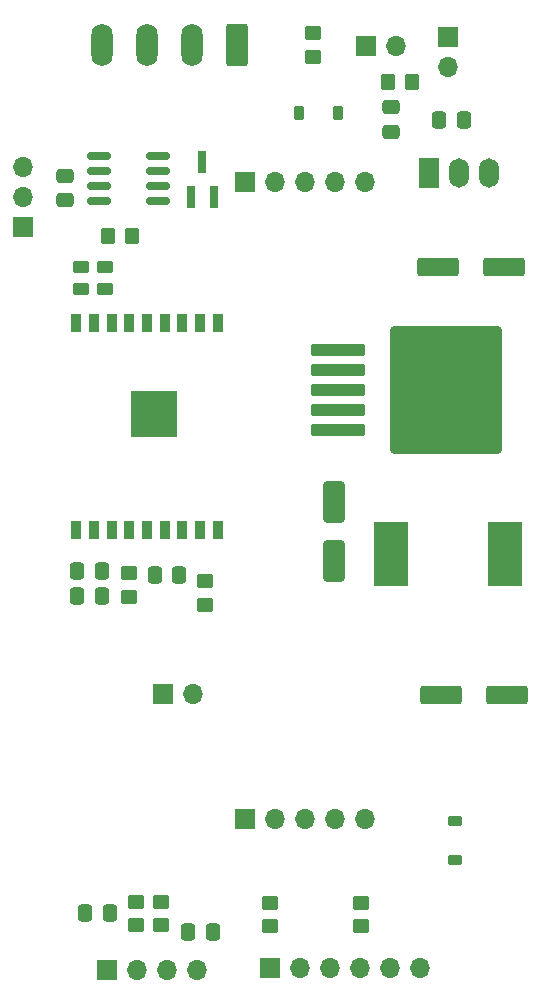
<source format=gbr>
%TF.GenerationSoftware,KiCad,Pcbnew,7.0.2-6a45011f42~172~ubuntu22.10.1*%
%TF.CreationDate,2023-04-24T11:56:10+02:00*%
%TF.ProjectId,vscp-din-esp32-can-z102,76736370-2d64-4696-9e2d-65737033322d,B*%
%TF.SameCoordinates,Original*%
%TF.FileFunction,Soldermask,Top*%
%TF.FilePolarity,Negative*%
%FSLAX46Y46*%
G04 Gerber Fmt 4.6, Leading zero omitted, Abs format (unit mm)*
G04 Created by KiCad (PCBNEW 7.0.2-6a45011f42~172~ubuntu22.10.1) date 2023-04-24 11:56:10*
%MOMM*%
%LPD*%
G01*
G04 APERTURE LIST*
G04 Aperture macros list*
%AMRoundRect*
0 Rectangle with rounded corners*
0 $1 Rounding radius*
0 $2 $3 $4 $5 $6 $7 $8 $9 X,Y pos of 4 corners*
0 Add a 4 corners polygon primitive as box body*
4,1,4,$2,$3,$4,$5,$6,$7,$8,$9,$2,$3,0*
0 Add four circle primitives for the rounded corners*
1,1,$1+$1,$2,$3*
1,1,$1+$1,$4,$5*
1,1,$1+$1,$6,$7*
1,1,$1+$1,$8,$9*
0 Add four rect primitives between the rounded corners*
20,1,$1+$1,$2,$3,$4,$5,0*
20,1,$1+$1,$4,$5,$6,$7,0*
20,1,$1+$1,$6,$7,$8,$9,0*
20,1,$1+$1,$8,$9,$2,$3,0*%
G04 Aperture macros list end*
%ADD10RoundRect,0.225000X-0.375000X0.225000X-0.375000X-0.225000X0.375000X-0.225000X0.375000X0.225000X0*%
%ADD11R,0.800000X1.900000*%
%ADD12R,1.700000X2.500000*%
%ADD13O,1.700000X2.500000*%
%ADD14RoundRect,0.250000X-0.450000X0.262500X-0.450000X-0.262500X0.450000X-0.262500X0.450000X0.262500X0*%
%ADD15RoundRect,0.250000X0.450000X-0.262500X0.450000X0.262500X-0.450000X0.262500X-0.450000X-0.262500X0*%
%ADD16R,1.700000X1.700000*%
%ADD17O,1.700000X1.700000*%
%ADD18RoundRect,0.250000X-1.500000X-0.550000X1.500000X-0.550000X1.500000X0.550000X-1.500000X0.550000X0*%
%ADD19RoundRect,0.250000X0.450000X-0.350000X0.450000X0.350000X-0.450000X0.350000X-0.450000X-0.350000X0*%
%ADD20RoundRect,0.250000X-0.337500X-0.475000X0.337500X-0.475000X0.337500X0.475000X-0.337500X0.475000X0*%
%ADD21RoundRect,0.250000X-2.050000X-0.300000X2.050000X-0.300000X2.050000X0.300000X-2.050000X0.300000X0*%
%ADD22RoundRect,0.250002X-4.449998X-5.149998X4.449998X-5.149998X4.449998X5.149998X-4.449998X5.149998X0*%
%ADD23RoundRect,0.250000X0.475000X-0.337500X0.475000X0.337500X-0.475000X0.337500X-0.475000X-0.337500X0*%
%ADD24RoundRect,0.250000X-0.450000X0.350000X-0.450000X-0.350000X0.450000X-0.350000X0.450000X0.350000X0*%
%ADD25RoundRect,0.250000X0.337500X0.475000X-0.337500X0.475000X-0.337500X-0.475000X0.337500X-0.475000X0*%
%ADD26R,0.900000X1.500000*%
%ADD27R,4.000000X4.000000*%
%ADD28RoundRect,0.250000X-0.350000X-0.450000X0.350000X-0.450000X0.350000X0.450000X-0.350000X0.450000X0*%
%ADD29RoundRect,0.150000X-0.825000X-0.150000X0.825000X-0.150000X0.825000X0.150000X-0.825000X0.150000X0*%
%ADD30RoundRect,0.250000X0.650000X-1.500000X0.650000X1.500000X-0.650000X1.500000X-0.650000X-1.500000X0*%
%ADD31R,2.900000X5.400000*%
%ADD32RoundRect,0.250000X0.650000X1.550000X-0.650000X1.550000X-0.650000X-1.550000X0.650000X-1.550000X0*%
%ADD33O,1.800000X3.600000*%
%ADD34RoundRect,0.250000X0.350000X0.450000X-0.350000X0.450000X-0.350000X-0.450000X0.350000X-0.450000X0*%
%ADD35RoundRect,0.225000X0.225000X0.375000X-0.225000X0.375000X-0.225000X-0.375000X0.225000X-0.375000X0*%
G04 APERTURE END LIST*
D10*
%TO.C,D4*%
X159820000Y-135362500D03*
X159820000Y-138662500D03*
%TD*%
D11*
%TO.C,D3*%
X137500000Y-82550000D03*
X139400000Y-82550000D03*
X138450000Y-79550000D03*
%TD*%
D12*
%TO.C,U4*%
X157602500Y-80492500D03*
D13*
X160142500Y-80492500D03*
X162682500Y-80492500D03*
%TD*%
D14*
%TO.C,R7*%
X130200000Y-88487500D03*
X130200000Y-90312500D03*
%TD*%
D15*
%TO.C,R11*%
X128150000Y-90312500D03*
X128150000Y-88487500D03*
%TD*%
D16*
%TO.C,J8*%
X159250000Y-68975000D03*
D17*
X159250000Y-71515000D03*
%TD*%
D18*
%TO.C,C10*%
X158650000Y-124750000D03*
X164250000Y-124750000D03*
%TD*%
D19*
%TO.C,R9*%
X151900000Y-144312500D03*
X151900000Y-142312500D03*
%TD*%
D18*
%TO.C,C8*%
X158400000Y-88450000D03*
X164000000Y-88450000D03*
%TD*%
D16*
%TO.C,J6*%
X123250000Y-85100000D03*
D17*
X123250000Y-82560000D03*
X123250000Y-80020000D03*
%TD*%
D20*
%TO.C,C5*%
X137262500Y-144750000D03*
X139337500Y-144750000D03*
%TD*%
D16*
%TO.C,J7*%
X142050000Y-135250000D03*
D17*
X144590000Y-135250000D03*
X147130000Y-135250000D03*
X149670000Y-135250000D03*
X152210000Y-135250000D03*
%TD*%
D20*
%TO.C,C2*%
X127862500Y-116350000D03*
X129937500Y-116350000D03*
%TD*%
D21*
%TO.C,U2*%
X149950000Y-95500000D03*
X149950000Y-97200000D03*
X149950000Y-98900000D03*
D22*
X159100000Y-98900000D03*
D21*
X149950000Y-100600000D03*
X149950000Y-102300000D03*
%TD*%
D23*
%TO.C,C6*%
X154400000Y-77037500D03*
X154400000Y-74962500D03*
%TD*%
D24*
%TO.C,R1*%
X132850000Y-142200000D03*
X132850000Y-144200000D03*
%TD*%
D20*
%TO.C,C3*%
X134412500Y-114550000D03*
X136487500Y-114550000D03*
%TD*%
D16*
%TO.C,J2*%
X152310000Y-69800000D03*
D17*
X154850000Y-69800000D03*
%TD*%
D19*
%TO.C,R3*%
X132250000Y-116400000D03*
X132250000Y-114400000D03*
%TD*%
D16*
%TO.C,J3*%
X144200000Y-147850000D03*
D17*
X146740000Y-147850000D03*
X149280000Y-147850000D03*
X151820000Y-147850000D03*
X154360000Y-147850000D03*
X156900000Y-147850000D03*
%TD*%
D25*
%TO.C,C7*%
X160587500Y-76050000D03*
X158512500Y-76050000D03*
%TD*%
D26*
%TO.C,U1*%
X127750000Y-110750000D03*
X129250000Y-110750000D03*
X130750000Y-110750000D03*
X132250000Y-110750000D03*
X133750000Y-110750000D03*
X135250000Y-110750000D03*
X136750000Y-110750000D03*
X138250000Y-110750000D03*
X139750000Y-110750000D03*
X139750000Y-93250000D03*
X138250000Y-93250000D03*
X136750000Y-93250000D03*
X135250000Y-93250000D03*
X133750000Y-93250000D03*
X132250000Y-93250000D03*
X130750000Y-93250000D03*
X129250000Y-93250000D03*
X127750000Y-93250000D03*
D27*
X134360000Y-100900000D03*
%TD*%
D20*
%TO.C,C1*%
X127862500Y-114250000D03*
X129937500Y-114250000D03*
%TD*%
D28*
%TO.C,R5*%
X130450000Y-85850000D03*
X132450000Y-85850000D03*
%TD*%
D19*
%TO.C,R4*%
X144200000Y-144300000D03*
X144200000Y-142300000D03*
%TD*%
D29*
%TO.C,U3*%
X129725000Y-79095000D03*
X129725000Y-80365000D03*
X129725000Y-81635000D03*
X129725000Y-82905000D03*
X134675000Y-82905000D03*
X134675000Y-81635000D03*
X134675000Y-80365000D03*
X134675000Y-79095000D03*
%TD*%
D30*
%TO.C,D2*%
X149550000Y-113400000D03*
X149550000Y-108400000D03*
%TD*%
D16*
%TO.C,J5*%
X130350000Y-148000000D03*
D17*
X132890000Y-148000000D03*
X135430000Y-148000000D03*
X137970000Y-148000000D03*
%TD*%
D24*
%TO.C,R8*%
X147800000Y-68700000D03*
X147800000Y-70700000D03*
%TD*%
D31*
%TO.C,L1*%
X154400000Y-112800000D03*
X164100000Y-112800000D03*
%TD*%
D32*
%TO.C,J4*%
X141360000Y-69682500D03*
D33*
X137550000Y-69682500D03*
X133740000Y-69682500D03*
X129930000Y-69682500D03*
%TD*%
D16*
%TO.C,J1*%
X142075000Y-81250000D03*
D17*
X144615000Y-81250000D03*
X147155000Y-81250000D03*
X149695000Y-81250000D03*
X152235000Y-81250000D03*
%TD*%
D19*
%TO.C,R6*%
X138700000Y-117100000D03*
X138700000Y-115100000D03*
%TD*%
D23*
%TO.C,C9*%
X126850000Y-82837500D03*
X126850000Y-80762500D03*
%TD*%
D34*
%TO.C,R10*%
X156150000Y-72850000D03*
X154150000Y-72850000D03*
%TD*%
D16*
%TO.C,J9*%
X135110000Y-124600000D03*
D17*
X137650000Y-124600000D03*
%TD*%
D24*
%TO.C,R2*%
X134950000Y-142200000D03*
X134950000Y-144200000D03*
%TD*%
D25*
%TO.C,C4*%
X130587500Y-143150000D03*
X128512500Y-143150000D03*
%TD*%
D35*
%TO.C,D1*%
X149950000Y-75400000D03*
X146650000Y-75400000D03*
%TD*%
M02*

</source>
